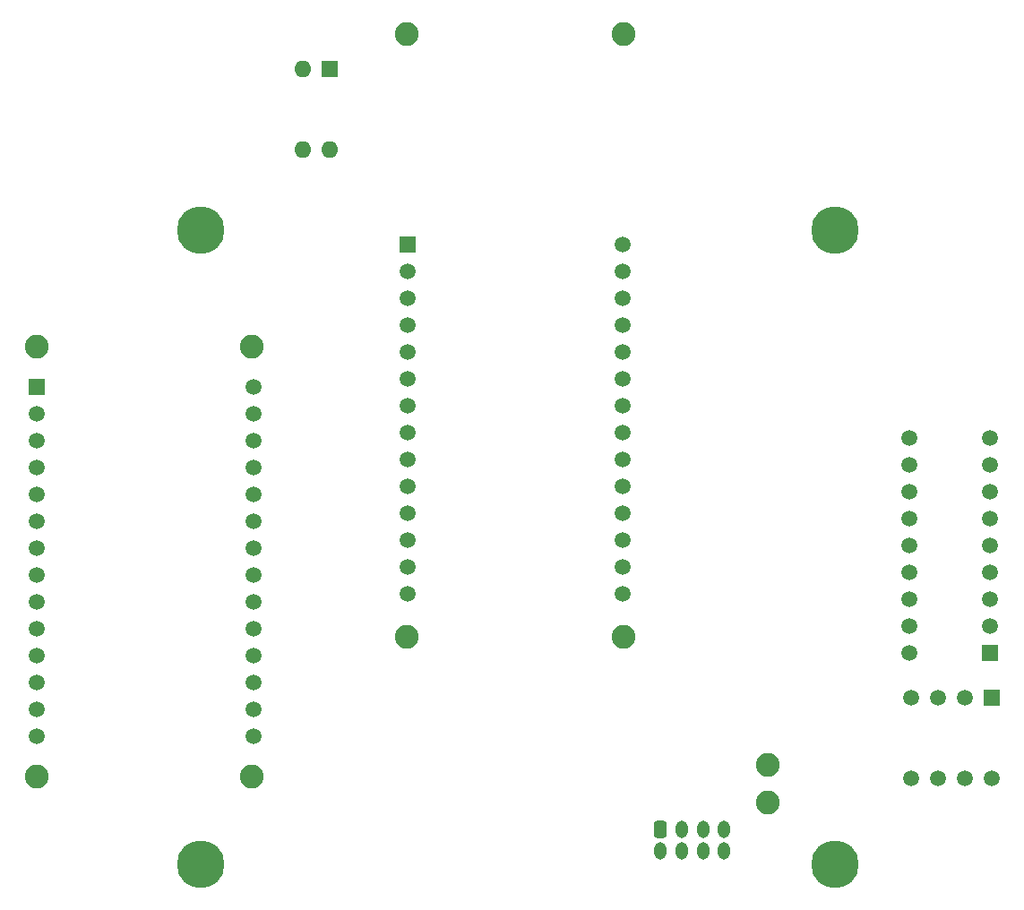
<source format=gbr>
%TF.GenerationSoftware,KiCad,Pcbnew,7.0.1-0*%
%TF.CreationDate,2023-05-25T18:21:21+09:00*%
%TF.ProjectId,SystemData,53797374-656d-4446-9174-612e6b696361,rev?*%
%TF.SameCoordinates,Original*%
%TF.FileFunction,Soldermask,Bot*%
%TF.FilePolarity,Negative*%
%FSLAX46Y46*%
G04 Gerber Fmt 4.6, Leading zero omitted, Abs format (unit mm)*
G04 Created by KiCad (PCBNEW 7.0.1-0) date 2023-05-25 18:21:21*
%MOMM*%
%LPD*%
G01*
G04 APERTURE LIST*
G04 Aperture macros list*
%AMRoundRect*
0 Rectangle with rounded corners*
0 $1 Rounding radius*
0 $2 $3 $4 $5 $6 $7 $8 $9 X,Y pos of 4 corners*
0 Add a 4 corners polygon primitive as box body*
4,1,4,$2,$3,$4,$5,$6,$7,$8,$9,$2,$3,0*
0 Add four circle primitives for the rounded corners*
1,1,$1+$1,$2,$3*
1,1,$1+$1,$4,$5*
1,1,$1+$1,$6,$7*
1,1,$1+$1,$8,$9*
0 Add four rect primitives between the rounded corners*
20,1,$1+$1,$2,$3,$4,$5,0*
20,1,$1+$1,$4,$5,$6,$7,0*
20,1,$1+$1,$6,$7,$8,$9,0*
20,1,$1+$1,$8,$9,$2,$3,0*%
G04 Aperture macros list end*
%ADD10C,4.500000*%
%ADD11C,2.250000*%
%ADD12R,1.500000X1.500000*%
%ADD13C,1.500000*%
%ADD14R,1.508000X1.508000*%
%ADD15C,1.508000*%
%ADD16RoundRect,0.250000X-0.350000X-0.560000X0.350000X-0.560000X0.350000X0.560000X-0.350000X0.560000X0*%
%ADD17O,1.200000X1.650000*%
%ADD18R,1.600000X1.600000*%
%ADD19O,1.600000X1.600000*%
G04 APERTURE END LIST*
D10*
%TO.C,REF\u002A\u002A*%
X178500000Y-75000000D03*
%TD*%
D11*
%TO.C,TP2*%
X172122000Y-125573432D03*
%TD*%
D12*
%TO.C,U1*%
X193277500Y-119200200D03*
D13*
X190737500Y-119200200D03*
X188197500Y-119200200D03*
X185657500Y-119200200D03*
X185657500Y-126820200D03*
X188197500Y-126820200D03*
X190737500Y-126820200D03*
X193277500Y-126820200D03*
%TD*%
D11*
%TO.C,U5*%
X103000000Y-86030000D03*
X103000000Y-126670000D03*
X123320000Y-86030000D03*
X123320000Y-126670000D03*
D14*
X103000000Y-89840000D03*
D15*
X103000000Y-92380000D03*
X103000000Y-94920000D03*
X103000000Y-97460000D03*
X103000000Y-100000000D03*
X103000000Y-102540000D03*
X103000000Y-105080000D03*
X103000000Y-107620000D03*
X103000000Y-110160000D03*
X103000000Y-112700000D03*
X103000000Y-115240000D03*
X103000000Y-117780000D03*
X103000000Y-120320000D03*
X103000000Y-122860000D03*
X123520000Y-122860000D03*
X123520000Y-120320000D03*
X123520000Y-117780000D03*
X123520000Y-115240000D03*
X123520000Y-112700000D03*
X123520000Y-110160000D03*
X123520000Y-107620000D03*
X123520000Y-105080000D03*
X123520000Y-102540000D03*
X123520000Y-100000000D03*
X123520000Y-97460000D03*
X123520000Y-94920000D03*
X123520000Y-92380000D03*
X123520000Y-89840000D03*
%TD*%
D10*
%TO.C,REF\u002A\u002A*%
X118500000Y-135000000D03*
%TD*%
D11*
%TO.C,U4*%
X158512500Y-56475000D03*
X138012500Y-56475000D03*
X158512500Y-113475000D03*
X138012500Y-113475000D03*
D14*
X138102500Y-76359800D03*
D15*
X138102500Y-78899800D03*
X138102500Y-81439800D03*
X138102500Y-83979800D03*
X138102500Y-86519800D03*
X138102500Y-89059800D03*
X138102500Y-91599800D03*
X138102500Y-94139800D03*
X138102500Y-96679800D03*
X138102500Y-99219800D03*
X138102500Y-101759800D03*
X138102500Y-104299800D03*
X138102500Y-106839800D03*
X138102500Y-109379800D03*
X158422500Y-109379800D03*
X158422500Y-106839800D03*
X158422500Y-104299800D03*
X158422500Y-101759800D03*
X158422500Y-99219800D03*
X158422500Y-96679800D03*
X158422500Y-94139800D03*
X158422500Y-91599800D03*
X158422500Y-89059800D03*
X158422500Y-86519800D03*
X158422500Y-83979800D03*
X158422500Y-81439800D03*
X158422500Y-78899800D03*
X158422500Y-76359800D03*
%TD*%
D10*
%TO.C,REF\u002A\u002A*%
X178500000Y-135000000D03*
%TD*%
%TO.C,REF\u002A\u002A*%
X118500000Y-75000000D03*
%TD*%
D11*
%TO.C,TP1*%
X172100000Y-129129432D03*
%TD*%
D16*
%TO.C,J1*%
X162000000Y-131690000D03*
D17*
X162000000Y-133690000D03*
X164000000Y-131690000D03*
X164000000Y-133690000D03*
X166000000Y-131690000D03*
X166000000Y-133690000D03*
X168000000Y-131690000D03*
X168000000Y-133690000D03*
%TD*%
D12*
%TO.C,U2*%
X193097500Y-115040200D03*
D13*
X193097500Y-112500200D03*
X193097500Y-109960200D03*
X193097500Y-107420200D03*
X193097500Y-104880200D03*
X193097500Y-102340200D03*
X193097500Y-99800200D03*
X193097500Y-97260200D03*
X193097500Y-94720200D03*
X185477500Y-94720200D03*
X185477500Y-97260200D03*
X185477500Y-99800200D03*
X185477500Y-102340200D03*
X185477500Y-104880200D03*
X185477500Y-107420200D03*
X185477500Y-109960200D03*
X185477500Y-112500200D03*
X185477500Y-115040200D03*
%TD*%
D18*
%TO.C,SW1*%
X130750000Y-59774432D03*
D19*
X128210000Y-59774432D03*
X128210000Y-67394432D03*
X130750000Y-67394432D03*
%TD*%
M02*

</source>
